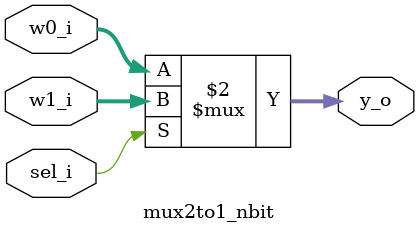
<source format=sv>
module mux2to1_nbit #(parameter n=4)(w0_i,w1_i,sel_i,y_o);
	input logic[n-1:0] w0_i,w1_i;
	input logic sel_i;
	output logic[n-1:0] y_o;
	always_comb begin:proc_mux2_4bit
		y_o=(sel_i)?w1_i:w0_i;
	end
endmodule: mux2to1_nbit

</source>
